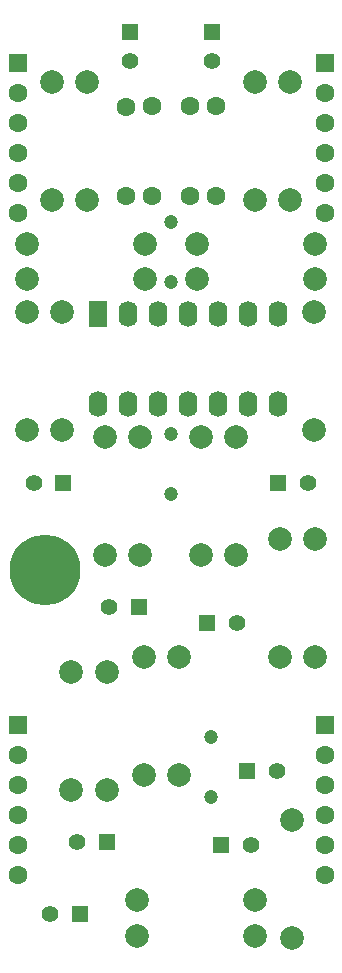
<source format=gts>
G04 #@! TF.GenerationSoftware,KiCad,Pcbnew,(2016-12-20 revision 2972f6f)-master*
G04 #@! TF.CreationDate,2020-06-24T23:38:58+03:00*
G04 #@! TF.ProjectId,DIYOUT3M,4449594F5554334D2E6B696361645F70,rev?*
G04 #@! TF.FileFunction,Soldermask,Top*
G04 #@! TF.FilePolarity,Negative*
%FSLAX46Y46*%
G04 Gerber Fmt 4.6, Leading zero omitted, Abs format (unit mm)*
G04 Created by KiCad (PCBNEW (2016-12-20 revision 2972f6f)-master) date Wed Jun 24 23:38:58 2020*
%MOMM*%
%LPD*%
G01*
G04 APERTURE LIST*
%ADD10C,0.100000*%
%ADD11C,1.600000*%
%ADD12R,1.600000X1.600000*%
%ADD13R,1.400000X1.400000*%
%ADD14C,1.400000*%
%ADD15C,1.200000*%
%ADD16R,1.600000X2.200000*%
%ADD17O,1.600000X2.200000*%
%ADD18C,6.000000*%
%ADD19C,2.000000*%
G04 APERTURE END LIST*
D10*
D11*
X10700000Y72700000D03*
X10700000Y65100000D03*
X1500000Y63650000D03*
X1500000Y66190000D03*
X1500000Y68730000D03*
X1500000Y71270000D03*
D12*
X1500000Y76350000D03*
D11*
X1500000Y73810000D03*
X1500000Y7650000D03*
X1500000Y10190000D03*
X1500000Y12730000D03*
X1500000Y15270000D03*
D12*
X1500000Y20350000D03*
D11*
X1500000Y17810000D03*
X27500000Y63650000D03*
X27500000Y66190000D03*
X27500000Y68730000D03*
X27500000Y71270000D03*
D12*
X27500000Y76350000D03*
D11*
X27500000Y73810000D03*
X27500000Y7650000D03*
X27500000Y10190000D03*
X27500000Y12730000D03*
X27500000Y15270000D03*
D12*
X27500000Y20350000D03*
D11*
X27500000Y17810000D03*
D13*
X18000000Y79050000D03*
D14*
X18000000Y76550000D03*
D13*
X11000000Y79050000D03*
D14*
X11000000Y76550000D03*
D15*
X14500000Y57860000D03*
X14500000Y62940000D03*
X14500000Y39860000D03*
X14500000Y44940000D03*
D13*
X6750000Y4300000D03*
D14*
X4250000Y4300000D03*
D15*
X17900000Y14260000D03*
X17900000Y19340000D03*
D13*
X9050000Y10400000D03*
D14*
X6550000Y10400000D03*
D13*
X20950000Y16400000D03*
D14*
X23450000Y16400000D03*
D13*
X11750000Y30300000D03*
D14*
X9250000Y30300000D03*
D13*
X5350000Y40800000D03*
D14*
X2850000Y40800000D03*
D13*
X23550000Y40800000D03*
D14*
X26050000Y40800000D03*
D13*
X17550000Y29000000D03*
D14*
X20050000Y29000000D03*
D13*
X18750000Y10200000D03*
D14*
X21250000Y10200000D03*
D16*
X8280000Y55110000D03*
D17*
X10820000Y55110000D03*
X13360000Y55110000D03*
X15900000Y55110000D03*
X18440000Y55110000D03*
X20980000Y55110000D03*
X23520000Y55110000D03*
X23520000Y47490000D03*
X20980000Y47490000D03*
X18440000Y47490000D03*
X15900000Y47490000D03*
X13360000Y47490000D03*
X10820000Y47490000D03*
X8280000Y47490000D03*
D11*
X18300000Y65090000D03*
X18300000Y72710000D03*
X12900000Y72710000D03*
X12900000Y65090000D03*
X16100000Y72710000D03*
X16100000Y65090000D03*
D18*
X3800000Y33500000D03*
D19*
X9100000Y24800000D03*
X9100000Y14800000D03*
X26700000Y58100000D03*
X16700000Y58100000D03*
X6000000Y24800000D03*
X6000000Y14800000D03*
X21600000Y2500000D03*
X11600000Y2500000D03*
X11600000Y5500000D03*
X21600000Y5500000D03*
X12200000Y16100000D03*
X12200000Y26100000D03*
X15200000Y16100000D03*
X15200000Y26100000D03*
X8900000Y44700000D03*
X8900000Y34700000D03*
X20000000Y34700000D03*
X20000000Y44700000D03*
X11900000Y44700000D03*
X11900000Y34700000D03*
X17000000Y34700000D03*
X17000000Y44700000D03*
X26700000Y36100000D03*
X26700000Y26100000D03*
X24700000Y12300000D03*
X24700000Y2300000D03*
X12300000Y61100000D03*
X2300000Y61100000D03*
X16700000Y61100000D03*
X26700000Y61100000D03*
X12300000Y58100000D03*
X2300000Y58100000D03*
X4400000Y64800000D03*
X4400000Y74800000D03*
X24600000Y64800000D03*
X24600000Y74800000D03*
X7400000Y74800000D03*
X7400000Y64800000D03*
X21600000Y64800000D03*
X21600000Y74800000D03*
X5300000Y55300000D03*
X5300000Y45300000D03*
X23700000Y36100000D03*
X23700000Y26100000D03*
X2300000Y45300000D03*
X2300000Y55300000D03*
X26600000Y55300000D03*
X26600000Y45300000D03*
M02*

</source>
